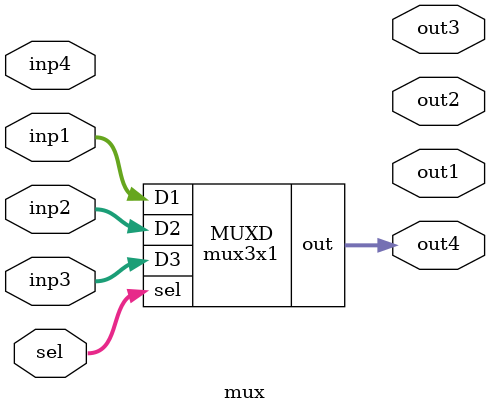
<source format=v>

module mux2x1(sel,D1,D2,out);
parameter data_width= 8;
    input sel;
    input [data_width-1:0]D1;
    input [data_width-1:0]D2;
    output [data_width-1:0]out;
    //always@* begin
    assign out=(sel)?D1:D2;
   //end
    
endmodule
module mux4x1(sel,D1,D2,D3,D4,out);
    parameter data_width= 8;
    input [1:0]sel;
    input [data_width-1:0]D1;
    input [data_width-1:0]D2;
    input [data_width-1:0]D3;
    input [data_width-1:0]D4;
    output [data_width-1:0]out;
    //always@* begin
    assign out= sel[0]?(sel[1]?D1:D2):(sel[1]?D3:D4);
//end
endmodule
module mux3x1(sel,D1,D2,D3,out);
    parameter data_width= 8;
    input [1:0]sel;
    input [data_width-1:0]D1;
    input [data_width-1:0]D2;
    input [data_width-1:0]D3;
    output [data_width-1:0]out;
    //always@* begin
    assign out= sel[0]?(sel[1]?D1:D2):D3;
//end
endmodule

module mux(sel,inp1,inp2,inp3,inp4,out1,out2,out3,out4);
    parameter data_width= 8;
    input [1:0]sel;
    input [data_width-1:0]inp1;
    input [data_width-1:0]inp2;
    input [data_width-1:0]inp3;
    input [data_width-1:0]inp4;
    output [data_width-1:0]out1;
    output [data_width-1:0]out2;
    output [data_width-1:0]out3;
    output [data_width-1:0]out4;
   
  //  mux2x1 MUXA(sel[0],inp1,inp2,out1);
  //  mux2x1 MUXB(sel[1],inp3,inp4,out2);
  //  mux4x1 MUXC(sel,inp1,inp2,inp3,inp4,out3);
    mux3x1 MUXD(sel,inp1,inp2,inp3,out4);
    
endmodule

</source>
